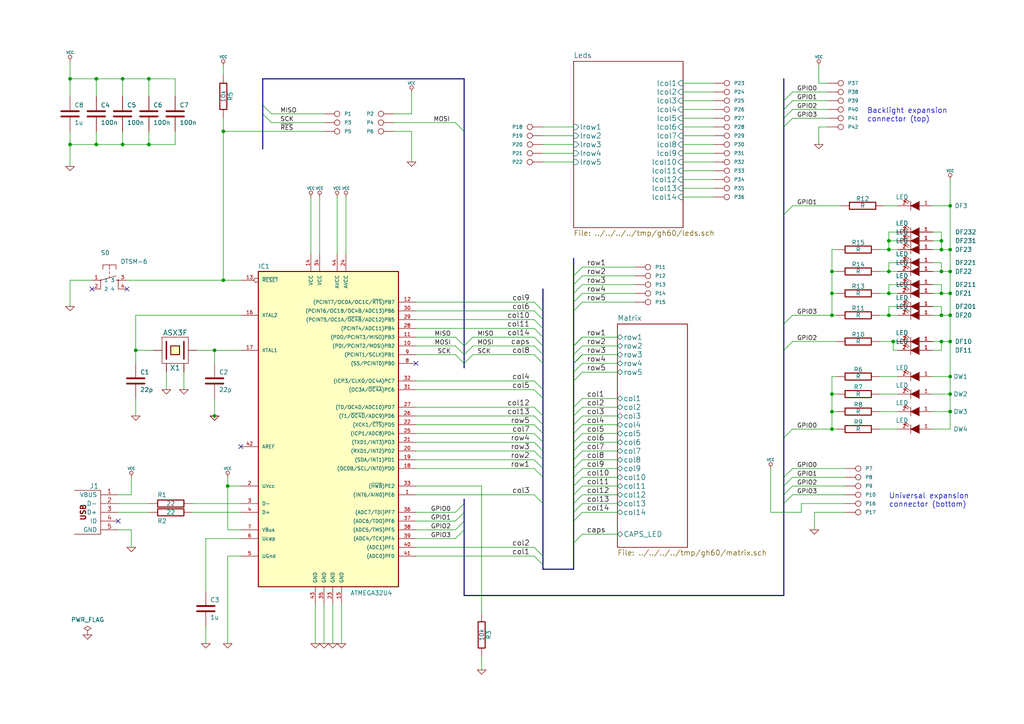
<source format=kicad_sch>
(kicad_sch (version 20230121) (generator eeschema)
  (paper "A4")
  (title_block (title "ukbdc - schematic") (date "17 jul 2013") (company "komar"))
  (junction (at 273.05 91.44))
  (junction (at 241.3 114.3))
  (junction (at 64.77 81.28))
  (junction (at 241.3 124.46))
  (junction (at 273.05 78.74))
  (junction (at 39.37 101.6))
  (junction (at 64.77 38.1))
  (junction (at 275.59 59.69))
  (junction (at 259.08 99.06))
  (junction (at 257.81 91.44))
  (junction (at 241.3 78.74))
  (junction (at 275.59 114.3))
  (junction (at 275.59 91.44))
  (junction (at 275.59 85.09))
  (junction (at 35.56 41.91))
  (junction (at 257.81 78.74))
  (junction (at 20.32 41.91))
  (junction (at 257.81 85.09))
  (junction (at 273.05 69.85))
  (junction (at 241.3 85.09))
  (junction (at 275.59 72.39))
  (junction (at 62.23 101.6))
  (junction (at 257.81 69.85))
  (junction (at 273.05 85.09))
  (junction (at 43.18 22.86))
  (junction (at 275.59 99.06))
  (junction (at 275.59 78.74))
  (junction (at 275.59 109.22))
  (junction (at 27.94 41.91))
  (junction (at 241.3 91.44))
  (junction (at 257.81 72.39))
  (junction (at 35.56 22.86))
  (junction (at 241.3 119.38))
  (junction (at 273.05 99.06))
  (junction (at 273.05 72.39))
  (junction (at 275.59 119.38))
  (junction (at 62.23 120.65))
  (junction (at 43.18 41.91))
  (junction (at 20.32 22.86))
  (junction (at 66.04 140.97))
  (junction (at 27.94 22.86))
  (no_connect (at 36.83 83.82))
  (no_connect (at 34.29 151.13))
  (no_connect (at 26.67 83.82))
  (no_connect (at 120.65 105.41))
  (no_connect (at 69.85 129.54))
  (bus_entry (at 154.94 118.11) (size 2.54 2.54))
  (bus_entry (at 166.37 110.49) (size 2.54 -2.54))
  (bus_entry (at 132.08 97.79) (size 2.54 2.54))
  (bus_entry (at 154.94 95.25) (size 2.54 2.54))
  (bus_entry (at 166.37 151.13) (size 2.54 -2.54))
  (bus_entry (at 154.94 135.89) (size 2.54 2.54))
  (bus_entry (at 166.37 105.41) (size 2.54 -2.54))
  (bus_entry (at 227.33 101.6) (size 2.54 -2.54))
  (bus_entry (at 132.08 153.67) (size 2.54 -2.54))
  (bus_entry (at 154.94 97.79) (size 2.54 2.54))
  (bus_entry (at 166.37 100.33) (size 2.54 -2.54))
  (bus_entry (at 134.62 100.33) (size 2.54 -2.54))
  (bus_entry (at 166.37 125.73) (size 2.54 -2.54))
  (bus_entry (at 166.37 80.01) (size 2.54 -2.54))
  (bus_entry (at 154.94 125.73) (size 2.54 2.54))
  (bus_entry (at 227.33 31.75) (size 2.54 -2.54))
  (bus_entry (at 166.37 87.63) (size 2.54 -2.54))
  (bus_entry (at 154.94 143.51) (size 2.54 2.54))
  (bus_entry (at 154.94 133.35) (size 2.54 2.54))
  (bus_entry (at 166.37 138.43) (size 2.54 -2.54))
  (bus_entry (at 166.37 82.55) (size 2.54 -2.54))
  (bus_entry (at 154.94 100.33) (size 2.54 2.54))
  (bus_entry (at 166.37 146.05) (size 2.54 -2.54))
  (bus_entry (at 166.37 123.19) (size 2.54 -2.54))
  (bus_entry (at 166.37 157.48) (size 2.54 -2.54))
  (bus_entry (at 227.33 138.43) (size 2.54 -2.54))
  (bus_entry (at 166.37 102.87) (size 2.54 -2.54))
  (bus_entry (at 166.37 100.33) (size 2.54 -2.54))
  (bus_entry (at 227.33 140.97) (size 2.54 -2.54))
  (bus_entry (at 134.62 102.87) (size 2.54 -2.54))
  (bus_entry (at 154.94 120.65) (size 2.54 2.54))
  (bus_entry (at 166.37 143.51) (size 2.54 -2.54))
  (bus_entry (at 227.33 127) (size 2.54 -2.54))
  (bus_entry (at 154.94 130.81) (size 2.54 2.54))
  (bus_entry (at 227.33 34.29) (size 2.54 -2.54))
  (bus_entry (at 76.2 33.02) (size 2.54 2.54))
  (bus_entry (at 154.94 128.27) (size 2.54 2.54))
  (bus_entry (at 132.08 100.33) (size 2.54 2.54))
  (bus_entry (at 166.37 128.27) (size 2.54 -2.54))
  (bus_entry (at 227.33 29.21) (size 2.54 -2.54))
  (bus_entry (at 166.37 133.35) (size 2.54 -2.54))
  (bus_entry (at 166.37 130.81) (size 2.54 -2.54))
  (bus_entry (at 132.08 156.21) (size 2.54 -2.54))
  (bus_entry (at 132.08 151.13) (size 2.54 -2.54))
  (bus_entry (at 154.94 92.71) (size 2.54 2.54))
  (bus_entry (at 154.94 123.19) (size 2.54 2.54))
  (bus_entry (at 227.33 62.23) (size 2.54 -2.54))
  (bus_entry (at 154.94 90.17) (size 2.54 2.54))
  (bus_entry (at 134.62 105.41) (size 2.54 -2.54))
  (bus_entry (at 166.37 135.89) (size 2.54 -2.54))
  (bus_entry (at 166.37 105.41) (size 2.54 -2.54))
  (bus_entry (at 166.37 118.11) (size 2.54 -2.54))
  (bus_entry (at 227.33 36.83) (size 2.54 -2.54))
  (bus_entry (at 132.08 148.59) (size 2.54 -2.54))
  (bus_entry (at 154.94 87.63) (size 2.54 2.54))
  (bus_entry (at 166.37 90.17) (size 2.54 -2.54))
  (bus_entry (at 166.37 105.41) (size 2.54 -2.54))
  (bus_entry (at 166.37 85.09) (size 2.54 -2.54))
  (bus_entry (at 227.33 143.51) (size 2.54 -2.54))
  (bus_entry (at 132.08 102.87) (size 2.54 2.54))
  (bus_entry (at 166.37 120.65) (size 2.54 -2.54))
  (bus_entry (at 227.33 146.05) (size 2.54 -2.54))
  (bus_entry (at 227.33 93.98) (size 2.54 -2.54))
  (bus_entry (at 166.37 140.97) (size 2.54 -2.54))
  (bus_entry (at 154.94 158.75) (size 2.54 2.54))
  (bus_entry (at 154.94 102.87) (size 2.54 2.54))
  (bus_entry (at 132.08 35.56) (size 2.54 2.54))
  (bus_entry (at 154.94 161.29) (size 2.54 2.54))
  (bus_entry (at 166.37 148.59) (size 2.54 -2.54))
  (bus_entry (at 154.94 110.49) (size 2.54 2.54))
  (bus_entry (at 166.37 107.95) (size 2.54 -2.54))
  (bus_entry (at 154.94 113.03) (size 2.54 2.54))
  (bus_entry (at 76.2 30.48) (size 2.54 2.54))
  (wire (pts (xy 53.34 107.95) (xy 53.34 113.03)))
  (wire (pts (xy 241.3 114.3) (xy 241.3 119.38)))
  (wire (pts (xy 120.65 140.97) (xy 139.7 140.97)))
  (wire (pts (xy 43.18 41.91) (xy 50.8 41.91)))
  (wire (pts (xy 275.59 78.74) (xy 275.59 85.09)))
  (wire (pts (xy 20.32 41.91) (xy 20.32 48.26)))
  (wire (pts (xy 259.08 99.06) (xy 260.35 99.06)))
  (wire (pts (xy 229.87 91.44) (xy 241.3 91.44)))
  (wire (pts (xy 273.05 85.09) (xy 270.51 85.09)))
  (wire (pts (xy 198.12 54.61) (xy 207.01 54.61)))
  (wire (pts (xy 38.1 143.51) (xy 34.29 143.51)))
  (bus (pts (xy 227.33 138.43) (xy 227.33 140.97)))
  (bus (pts (xy 166.37 87.63) (xy 166.37 90.17)))
  (wire (pts (xy 229.87 135.89) (xy 245.11 135.89)))
  (wire (pts (xy 273.05 91.44) (xy 270.51 91.44)))
  (wire (pts (xy 90.17 57.15) (xy 90.17 73.66)))
  (wire (pts (xy 273.05 76.2) (xy 273.05 78.74)))
  (bus (pts (xy 166.37 85.09) (xy 166.37 87.63)))
  (wire (pts (xy 154.94 125.73) (xy 120.65 125.73)))
  (bus (pts (xy 166.37 157.48) (xy 166.37 165.1)))
  (wire (pts (xy 179.07 123.19) (xy 168.91 123.19)))
  (wire (pts (xy 57.15 101.6) (xy 62.23 101.6)))
  (wire (pts (xy 257.81 85.09) (xy 257.81 82.55)))
  (bus (pts (xy 166.37 120.65) (xy 166.37 123.19)))
  (bus (pts (xy 227.33 36.83) (xy 227.33 62.23)))
  (wire (pts (xy 120.65 113.03) (xy 154.94 113.03)))
  (bus (pts (xy 76.2 30.48) (xy 76.2 33.02)))
  (wire (pts (xy 62.23 115.57) (xy 62.23 120.65)))
  (wire (pts (xy 168.91 85.09) (xy 184.15 85.09)))
  (wire (pts (xy 273.05 69.85) (xy 273.05 72.39)))
  (bus (pts (xy 227.33 34.29) (xy 227.33 36.83)))
  (wire (pts (xy 257.81 82.55) (xy 260.35 82.55)))
  (bus (pts (xy 76.2 22.86) (xy 76.2 30.48)))
  (wire (pts (xy 59.69 181.61) (xy 59.69 186.69)))
  (wire (pts (xy 120.65 87.63) (xy 154.94 87.63)))
  (bus (pts (xy 166.37 128.27) (xy 166.37 130.81)))
  (wire (pts (xy 198.12 49.53) (xy 207.01 49.53)))
  (wire (pts (xy 245.11 143.51) (xy 229.87 143.51)))
  (wire (pts (xy 69.85 140.97) (xy 66.04 140.97)))
  (wire (pts (xy 237.49 24.13) (xy 240.03 24.13)))
  (wire (pts (xy 168.91 102.87) (xy 179.07 102.87)))
  (wire (pts (xy 20.32 38.1) (xy 20.32 41.91)))
  (bus (pts (xy 227.33 127) (xy 227.33 138.43)))
  (wire (pts (xy 66.04 138.43) (xy 66.04 140.97)))
  (wire (pts (xy 255.27 99.06) (xy 259.08 99.06)))
  (wire (pts (xy 119.38 33.02) (xy 119.38 26.67)))
  (wire (pts (xy 270.51 82.55) (xy 273.05 82.55)))
  (wire (pts (xy 184.15 87.63) (xy 168.91 87.63)))
  (wire (pts (xy 97.79 57.15) (xy 97.79 73.66)))
  (wire (pts (xy 36.83 81.28) (xy 64.77 81.28)))
  (bus (pts (xy 166.37 165.1) (xy 157.48 165.1)))
  (wire (pts (xy 257.81 69.85) (xy 257.81 72.39)))
  (wire (pts (xy 255.27 124.46) (xy 260.35 124.46)))
  (wire (pts (xy 198.12 44.45) (xy 207.01 44.45)))
  (wire (pts (xy 55.88 148.59) (xy 69.85 148.59)))
  (wire (pts (xy 259.08 101.6) (xy 259.08 99.06)))
  (wire (pts (xy 270.51 101.6) (xy 273.05 101.6)))
  (wire (pts (xy 27.94 22.86) (xy 27.94 27.94)))
  (wire (pts (xy 179.07 128.27) (xy 168.91 128.27)))
  (wire (pts (xy 255.27 119.38) (xy 260.35 119.38)))
  (wire (pts (xy 168.91 125.73) (xy 179.07 125.73)))
  (bus (pts (xy 157.48 125.73) (xy 157.48 128.27)))
  (wire (pts (xy 78.74 35.56) (xy 93.98 35.56)))
  (wire (pts (xy 120.65 110.49) (xy 154.94 110.49)))
  (wire (pts (xy 241.3 78.74) (xy 242.57 78.74)))
  (wire (pts (xy 275.59 52.07) (xy 275.59 59.69)))
  (wire (pts (xy 35.56 22.86) (xy 43.18 22.86)))
  (wire (pts (xy 270.51 67.31) (xy 273.05 67.31)))
  (wire (pts (xy 20.32 41.91) (xy 27.94 41.91)))
  (bus (pts (xy 157.48 163.83) (xy 157.48 165.1)))
  (wire (pts (xy 236.22 148.59) (xy 236.22 153.67)))
  (wire (pts (xy 69.85 161.29) (xy 66.04 161.29)))
  (bus (pts (xy 157.48 113.03) (xy 157.48 115.57)))
  (wire (pts (xy 229.87 34.29) (xy 240.03 34.29)))
  (wire (pts (xy 139.7 194.31) (xy 139.7 190.5)))
  (wire (pts (xy 66.04 153.67) (xy 69.85 153.67)))
  (bus (pts (xy 157.48 120.65) (xy 157.48 123.19)))
  (wire (pts (xy 20.32 22.86) (xy 27.94 22.86)))
  (bus (pts (xy 166.37 151.13) (xy 166.37 157.48)))
  (wire (pts (xy 34.29 148.59) (xy 43.18 148.59)))
  (bus (pts (xy 157.48 123.19) (xy 157.48 125.73)))
  (wire (pts (xy 166.37 44.45) (xy 157.48 44.45)))
  (bus (pts (xy 157.48 146.05) (xy 157.48 161.29)))
  (wire (pts (xy 168.91 154.94) (xy 179.07 154.94)))
  (wire (pts (xy 64.77 34.29) (xy 64.77 38.1)))
  (bus (pts (xy 166.37 148.59) (xy 166.37 151.13)))
  (wire (pts (xy 232.41 146.05) (xy 245.11 146.05)))
  (wire (pts (xy 179.07 140.97) (xy 168.91 140.97)))
  (wire (pts (xy 91.44 175.26) (xy 91.44 186.69)))
  (wire (pts (xy 270.51 76.2) (xy 273.05 76.2)))
  (wire (pts (xy 255.27 72.39) (xy 257.81 72.39)))
  (wire (pts (xy 207.01 57.15) (xy 198.12 57.15)))
  (wire (pts (xy 27.94 38.1) (xy 27.94 41.91)))
  (wire (pts (xy 275.59 114.3) (xy 275.59 119.38)))
  (wire (pts (xy 154.94 135.89) (xy 120.65 135.89)))
  (wire (pts (xy 114.3 33.02) (xy 119.38 33.02)))
  (wire (pts (xy 50.8 41.91) (xy 50.8 38.1)))
  (wire (pts (xy 207.01 31.75) (xy 198.12 31.75)))
  (wire (pts (xy 275.59 72.39) (xy 273.05 72.39)))
  (bus (pts (xy 157.48 135.89) (xy 157.48 138.43)))
  (wire (pts (xy 245.11 148.59) (xy 236.22 148.59)))
  (wire (pts (xy 35.56 41.91) (xy 35.56 38.1)))
  (wire (pts (xy 120.65 102.87) (xy 132.08 102.87)))
  (wire (pts (xy 257.81 78.74) (xy 260.35 78.74)))
  (wire (pts (xy 20.32 22.86) (xy 20.32 27.94)))
  (bus (pts (xy 134.62 38.1) (xy 134.62 100.33)))
  (wire (pts (xy 179.07 143.51) (xy 168.91 143.51)))
  (wire (pts (xy 275.59 109.22) (xy 270.51 109.22)))
  (bus (pts (xy 166.37 133.35) (xy 166.37 135.89)))
  (bus (pts (xy 227.33 29.21) (xy 227.33 31.75)))
  (bus (pts (xy 227.33 143.51) (xy 227.33 146.05)))
  (wire (pts (xy 93.98 175.26) (xy 93.98 186.69)))
  (bus (pts (xy 166.37 80.01) (xy 166.37 82.55)))
  (wire (pts (xy 257.81 91.44) (xy 260.35 91.44)))
  (wire (pts (xy 241.3 109.22) (xy 241.3 114.3)))
  (wire (pts (xy 96.52 175.26) (xy 96.52 186.69)))
  (wire (pts (xy 168.91 138.43) (xy 179.07 138.43)))
  (wire (pts (xy 78.74 33.02) (xy 93.98 33.02)))
  (wire (pts (xy 245.11 138.43) (xy 229.87 138.43)))
  (bus (pts (xy 227.33 31.75) (xy 227.33 34.29)))
  (wire (pts (xy 35.56 41.91) (xy 43.18 41.91)))
  (wire (pts (xy 154.94 120.65) (xy 120.65 120.65)))
  (bus (pts (xy 227.33 62.23) (xy 227.33 93.98)))
  (wire (pts (xy 120.65 128.27) (xy 154.94 128.27)))
  (wire (pts (xy 168.91 135.89) (xy 179.07 135.89)))
  (wire (pts (xy 154.94 130.81) (xy 120.65 130.81)))
  (wire (pts (xy 38.1 153.67) (xy 38.1 158.75)))
  (wire (pts (xy 92.71 73.66) (xy 92.71 57.15)))
  (wire (pts (xy 237.49 19.05) (xy 237.49 24.13)))
  (wire (pts (xy 240.03 26.67) (xy 229.87 26.67)))
  (wire (pts (xy 20.32 17.78) (xy 20.32 22.86)))
  (bus (pts (xy 166.37 110.49) (xy 166.37 118.11)))
  (wire (pts (xy 120.65 92.71) (xy 154.94 92.71)))
  (wire (pts (xy 207.01 41.91) (xy 198.12 41.91)))
  (bus (pts (xy 166.37 146.05) (xy 166.37 148.59)))
  (wire (pts (xy 198.12 24.13) (xy 207.01 24.13)))
  (wire (pts (xy 257.81 72.39) (xy 260.35 72.39)))
  (wire (pts (xy 223.52 148.59) (xy 232.41 148.59)))
  (wire (pts (xy 120.65 118.11) (xy 154.94 118.11)))
  (wire (pts (xy 34.29 146.05) (xy 43.18 146.05)))
  (bus (pts (xy 157.48 128.27) (xy 157.48 130.81)))
  (wire (pts (xy 241.3 124.46) (xy 242.57 124.46)))
  (bus (pts (xy 227.33 93.98) (xy 227.33 101.6)))
  (bus (pts (xy 166.37 105.41) (xy 166.37 107.95)))
  (bus (pts (xy 227.33 140.97) (xy 227.33 143.51)))
  (wire (pts (xy 273.05 88.9) (xy 273.05 91.44)))
  (wire (pts (xy 207.01 46.99) (xy 198.12 46.99)))
  (wire (pts (xy 168.91 146.05) (xy 179.07 146.05)))
  (wire (pts (xy 27.94 22.86) (xy 35.56 22.86)))
  (wire (pts (xy 154.94 100.33) (xy 137.16 100.33)))
  (wire (pts (xy 275.59 119.38) (xy 270.51 119.38)))
  (wire (pts (xy 55.88 146.05) (xy 69.85 146.05)))
  (bus (pts (xy 157.48 90.17) (xy 157.48 92.71)))
  (wire (pts (xy 132.08 151.13) (xy 120.65 151.13)))
  (wire (pts (xy 93.98 38.1) (xy 64.77 38.1)))
  (wire (pts (xy 132.08 156.21) (xy 120.65 156.21)))
  (wire (pts (xy 207.01 26.67) (xy 198.12 26.67)))
  (wire (pts (xy 275.59 119.38) (xy 275.59 124.46)))
  (wire (pts (xy 241.3 119.38) (xy 242.57 119.38)))
  (wire (pts (xy 20.32 81.28) (xy 26.67 81.28)))
  (wire (pts (xy 229.87 140.97) (xy 245.11 140.97)))
  (wire (pts (xy 120.65 123.19) (xy 154.94 123.19)))
  (wire (pts (xy 257.81 67.31) (xy 260.35 67.31)))
  (bus (pts (xy 157.48 102.87) (xy 157.48 105.41)))
  (wire (pts (xy 241.3 72.39) (xy 241.3 78.74)))
  (wire (pts (xy 275.59 99.06) (xy 273.05 99.06)))
  (wire (pts (xy 132.08 153.67) (xy 120.65 153.67)))
  (wire (pts (xy 275.59 109.22) (xy 275.59 114.3)))
  (bus (pts (xy 166.37 143.51) (xy 166.37 146.05)))
  (wire (pts (xy 27.94 41.91) (xy 35.56 41.91)))
  (wire (pts (xy 35.56 22.86) (xy 35.56 27.94)))
  (wire (pts (xy 66.04 140.97) (xy 66.04 153.67)))
  (wire (pts (xy 179.07 105.41) (xy 168.91 105.41)))
  (wire (pts (xy 119.38 38.1) (xy 114.3 38.1)))
  (bus (pts (xy 157.48 115.57) (xy 157.48 120.65)))
  (wire (pts (xy 168.91 120.65) (xy 179.07 120.65)))
  (bus (pts (xy 166.37 138.43) (xy 166.37 140.97)))
  (bus (pts (xy 134.62 144.78) (xy 134.62 146.05)))
  (wire (pts (xy 270.51 88.9) (xy 273.05 88.9)))
  (wire (pts (xy 255.27 91.44) (xy 257.81 91.44)))
  (wire (pts (xy 168.91 115.57) (xy 179.07 115.57)))
  (wire (pts (xy 120.65 161.29) (xy 154.94 161.29)))
  (wire (pts (xy 241.3 85.09) (xy 242.57 85.09)))
  (wire (pts (xy 207.01 36.83) (xy 198.12 36.83)))
  (bus (pts (xy 134.62 148.59) (xy 134.62 151.13)))
  (bus (pts (xy 157.48 130.81) (xy 157.48 133.35)))
  (bus (pts (xy 76.2 22.86) (xy 134.62 22.86)))
  (wire (pts (xy 273.05 101.6) (xy 273.05 99.06)))
  (wire (pts (xy 257.81 76.2) (xy 260.35 76.2)))
  (wire (pts (xy 257.81 67.31) (xy 257.81 69.85)))
  (wire (pts (xy 237.49 36.83) (xy 240.03 36.83)))
  (wire (pts (xy 257.81 91.44) (xy 257.81 88.9)))
  (bus (pts (xy 166.37 102.87) (xy 166.37 105.41)))
  (wire (pts (xy 154.94 90.17) (xy 120.65 90.17)))
  (wire (pts (xy 184.15 80.01) (xy 168.91 80.01)))
  (wire (pts (xy 139.7 140.97) (xy 139.7 177.8)))
  (wire (pts (xy 275.59 99.06) (xy 275.59 109.22)))
  (bus (pts (xy 134.62 146.05) (xy 134.62 148.59)))
  (bus (pts (xy 157.48 92.71) (xy 157.48 95.25)))
  (wire (pts (xy 241.3 72.39) (xy 242.57 72.39)))
  (wire (pts (xy 257.81 78.74) (xy 257.81 76.2)))
  (wire (pts (xy 241.3 78.74) (xy 241.3 85.09)))
  (bus (pts (xy 134.62 22.86) (xy 134.62 38.1)))
  (wire (pts (xy 168.91 148.59) (xy 179.07 148.59)))
  (wire (pts (xy 64.77 19.05) (xy 64.77 21.59)))
  (wire (pts (xy 120.65 148.59) (xy 132.08 148.59)))
  (wire (pts (xy 257.81 69.85) (xy 260.35 69.85)))
  (bus (pts (xy 166.37 118.11) (xy 166.37 120.65)))
  (wire (pts (xy 275.59 91.44) (xy 275.59 99.06)))
  (wire (pts (xy 62.23 101.6) (xy 69.85 101.6)))
  (wire (pts (xy 198.12 34.29) (xy 207.01 34.29)))
  (wire (pts (xy 241.3 114.3) (xy 242.57 114.3)))
  (wire (pts (xy 154.94 102.87) (xy 137.16 102.87)))
  (bus (pts (xy 166.37 135.89) (xy 166.37 138.43)))
  (wire (pts (xy 66.04 161.29) (xy 66.04 186.69)))
  (wire (pts (xy 100.33 73.66) (xy 100.33 57.15)))
  (wire (pts (xy 241.3 109.22) (xy 242.57 109.22)))
  (wire (pts (xy 270.51 69.85) (xy 273.05 69.85)))
  (bus (pts (xy 157.48 138.43) (xy 157.48 146.05)))
  (wire (pts (xy 137.16 97.79) (xy 154.94 97.79)))
  (wire (pts (xy 275.59 59.69) (xy 275.59 72.39)))
  (wire (pts (xy 154.94 95.25) (xy 120.65 95.25)))
  (wire (pts (xy 223.52 135.89) (xy 223.52 148.59)))
  (wire (pts (xy 275.59 114.3) (xy 270.51 114.3)))
  (bus (pts (xy 227.33 146.05) (xy 227.33 172.72)))
  (wire (pts (xy 132.08 35.56) (xy 114.3 35.56)))
  (bus (pts (xy 157.48 161.29) (xy 157.48 163.83)))
  (wire (pts (xy 260.35 101.6) (xy 259.08 101.6)))
  (bus (pts (xy 227.33 172.72) (xy 134.62 172.72)))
  (bus (pts (xy 166.37 130.81) (xy 166.37 133.35)))
  (wire (pts (xy 273.05 99.06) (xy 270.51 99.06)))
  (wire (pts (xy 119.38 46.99) (xy 119.38 38.1)))
  (wire (pts (xy 38.1 138.43) (xy 38.1 143.51)))
  (wire (pts (xy 168.91 107.95) (xy 179.07 107.95)))
  (wire (pts (xy 69.85 91.44) (xy 39.37 91.44)))
  (wire (pts (xy 257.81 85.09) (xy 260.35 85.09)))
  (wire (pts (xy 20.32 88.9) (xy 20.32 81.28)))
  (wire (pts (xy 120.65 133.35) (xy 154.94 133.35)))
  (wire (pts (xy 157.48 36.83) (xy 166.37 36.83)))
  (wire (pts (xy 255.27 85.09) (xy 257.81 85.09)))
  (bus (pts (xy 227.33 101.6) (xy 227.33 127)))
  (wire (pts (xy 255.27 109.22) (xy 260.35 109.22)))
  (wire (pts (xy 270.51 59.69) (xy 275.59 59.69)))
  (wire (pts (xy 275.59 78.74) (xy 273.05 78.74)))
  (wire (pts (xy 257.81 88.9) (xy 260.35 88.9)))
  (wire (pts (xy 273.05 67.31) (xy 273.05 69.85)))
  (wire (pts (xy 166.37 39.37) (xy 157.48 39.37)))
  (wire (pts (xy 69.85 156.21) (xy 59.69 156.21)))
  (wire (pts (xy 255.27 78.74) (xy 257.81 78.74)))
  (bus (pts (xy 166.37 125.73) (xy 166.37 128.27)))
  (wire (pts (xy 229.87 124.46) (xy 241.3 124.46)))
  (wire (pts (xy 255.27 114.3) (xy 260.35 114.3)))
  (wire (pts (xy 232.41 148.59) (xy 232.41 146.05)))
  (wire (pts (xy 64.77 81.28) (xy 69.85 81.28)))
  (wire (pts (xy 168.91 82.55) (xy 184.15 82.55)))
  (wire (pts (xy 120.65 158.75) (xy 154.94 158.75)))
  (wire (pts (xy 59.69 156.21) (xy 59.69 171.45)))
  (wire (pts (xy 240.03 31.75) (xy 229.87 31.75)))
  (bus (pts (xy 157.48 97.79) (xy 157.48 100.33)))
  (wire (pts (xy 198.12 39.37) (xy 207.01 39.37)))
  (wire (pts (xy 157.48 41.91) (xy 166.37 41.91)))
  (bus (pts (xy 157.48 95.25) (xy 157.48 97.79)))
  (wire (pts (xy 120.65 143.51) (xy 154.94 143.51)))
  (bus (pts (xy 76.2 33.02) (xy 76.2 43.18)))
  (wire (pts (xy 207.01 52.07) (xy 198.12 52.07)))
  (wire (pts (xy 273.05 82.55) (xy 273.05 85.09)))
  (wire (pts (xy 241.3 91.44) (xy 242.57 91.44)))
  (wire (pts (xy 229.87 29.21) (xy 240.03 29.21)))
  (wire (pts (xy 62.23 105.41) (xy 62.23 101.6)))
  (bus (pts (xy 227.33 22.86) (xy 227.33 29.21)))
  (wire (pts (xy 39.37 101.6) (xy 39.37 105.41)))
  (wire (pts (xy 39.37 115.57) (xy 39.37 120.65)))
  (wire (pts (xy 99.06 175.26) (xy 99.06 186.69)))
  (wire (pts (xy 256.54 59.69) (xy 260.35 59.69)))
  (bus (pts (xy 157.48 105.41) (xy 157.48 113.03)))
  (wire (pts (xy 43.18 41.91) (xy 43.18 38.1)))
  (wire (pts (xy 275.59 85.09) (xy 275.59 91.44)))
  (bus (pts (xy 166.37 74.93) (xy 166.37 80.01)))
  (wire (pts (xy 241.3 85.09) (xy 241.3 91.44)))
  (wire (pts (xy 120.65 100.33) (xy 132.08 100.33)))
  (bus (pts (xy 157.48 83.82) (xy 157.48 90.17)))
  (wire (pts (xy 48.26 107.95) (xy 48.26 113.03)))
  (bus (pts (xy 157.48 133.35) (xy 157.48 135.89)))
  (wire (pts (xy 50.8 22.86) (xy 50.8 27.94)))
  (wire (pts (xy 179.07 118.11) (xy 168.91 118.11)))
  (wire (pts (xy 198.12 29.21) (xy 207.01 29.21)))
  (bus (pts (xy 157.48 100.33) (xy 157.48 102.87)))
  (bus (pts (xy 134.62 153.67) (xy 134.62 172.72)))
  (wire (pts (xy 229.87 59.69) (xy 243.84 59.69)))
  (wire (pts (xy 273.05 78.74) (xy 270.51 78.74)))
  (wire (pts (xy 275.59 85.09) (xy 273.05 85.09)))
  (wire (pts (xy 275.59 124.46) (xy 270.51 124.46)))
  (wire (pts (xy 241.3 119.38) (xy 241.3 124.46)))
  (wire (pts (xy 168.91 97.79) (xy 179.07 97.79)))
  (wire (pts (xy 44.45 101.6) (xy 39.37 101.6)))
  (wire (pts (xy 120.65 97.79) (xy 132.08 97.79)))
  (wire (pts (xy 275.59 72.39) (xy 275.59 78.74)))
  (bus (pts (xy 134.62 105.41) (xy 134.62 106.68)))
  (wire (pts (xy 229.87 99.06) (xy 242.57 99.06)))
  (bus (pts (xy 134.62 100.33) (xy 134.62 102.87)))
  (bus (pts (xy 166.37 107.95) (xy 166.37 110.49)))
  (wire (pts (xy 237.49 36.83) (xy 237.49 41.91)))
  (wire (pts (xy 34.29 153.67) (xy 38.1 153.67)))
  (wire (pts (xy 179.07 133.35) (xy 168.91 133.35)))
  (wire (pts (xy 273.05 72.39) (xy 270.51 72.39)))
  (wire (pts (xy 168.91 130.81) (xy 179.07 130.81)))
  (wire (pts (xy 275.59 91.44) (xy 273.05 91.44)))
  (bus (pts (xy 166.37 82.55) (xy 166.37 85.09)))
  (wire (pts (xy 168.91 77.47) (xy 184.15 77.47)))
  (wire (pts (xy 43.18 22.86) (xy 43.18 27.94)))
  (wire (pts (xy 43.18 22.86) (xy 50.8 22.86)))
  (bus (pts (xy 134.62 151.13) (xy 134.62 153.67)))
  (bus (pts (xy 134.62 102.87) (xy 134.62 105.41)))
  (bus (pts (xy 166.37 123.19) (xy 166.37 125.73)))
  (bus (pts (xy 166.37 90.17) (xy 166.37 100.33)))
  (bus (pts (xy 166.37 140.97) (xy 166.37 143.51)))
  (wire (pts (xy 64.77 38.1) (xy 64.77 81.28)))
  (wire (pts (xy 157.48 46.99) (xy 166.37 46.99)))
  (wire (pts (xy 39.37 91.44) (xy 39.37 101.6)))
  (wire (pts (xy 179.07 100.33) (xy 168.91 100.33)))
  (bus (pts (xy 166.37 100.33) (xy 166.37 102.87)))
  (text "Universal expansion\nconnector (bottom)" (at 257.81 147.32 0) (effects (font (size 1.524 1.524)) (justify left bottom)))
  (text "Backlight expansion\nconnector (top)" (at 251.46 35.56 0) (effects (font (size 1.524 1.524)) (justify left bottom)))
  (label "col12" (at 153.67 118.11 180) (effects (font (size 1.524 1.524))))
  (label "col4" (at 170.18 123.19 0) (effects (font (size 1.524 1.524))))
  (label "col4" (at 153.67 110.49 180) (effects (font (size 1.524 1.524))))
  (label "MOSI" (at 125.73 35.56 0))
  (label "MISO" (at 130.81 97.79 180))
  (label "GPIO3" (at 231.14 143.51 0))
  (label "MOSI" (at 130.81 100.33 180))
  (label "col7" (at 153.67 125.73 180) (effects (font (size 1.524 1.524))))
  (label "~{RES}" (at 81.28 38.1 0))
  (label "row4" (at 170.18 105.41 0) (effects (font (size 1.524 1.524))))
  (label "col10" (at 170.18 138.43 0) (effects (font (size 1.524 1.524))))
  (label "col5" (at 153.67 113.03 180) (effects (font (size 1.524 1.524))))
  (label "col11" (at 153.67 95.25 180) (effects (font (size 1.524 1.524))))
  (label "MOSI" (at 138.43 100.33 0))
  (label "row5" (at 153.67 123.19 180) (effects (font (size 1.524 1.524))))
  (label "GPIO3" (at 231.14 91.44 0))
  (label "row2" (at 153.67 133.35 180) (effects (font (size 1.524 1.524))))
  (label "GPIO2" (at 130.81 153.67 180))
  (label "MISO" (at 81.28 33.02 0))
  (label "GPIO3" (at 130.81 156.21 180))
  (label "col5" (at 170.18 125.73 0) (effects (font (size 1.524 1.524))))
  (label "row1" (at 170.18 77.47 0) (effects (font (size 1.524 1.524))))
  (label "row1" (at 153.67 135.89 180) (effects (font (size 1.524 1.524))))
  (label "GPIO3" (at 231.14 34.29 0))
  (label "row3" (at 170.18 102.87 0) (effects (font (size 1.524 1.524))))
  (label "GPIO1" (at 231.14 29.21 0))
  (label "col14" (at 153.67 97.79 180) (effects (font (size 1.524 1.524))))
  (label "col9" (at 170.18 135.89 0) (effects (font (size 1.524 1.524))))
  (label "col11" (at 170.18 140.97 0) (effects (font (size 1.524 1.524))))
  (label "row5" (at 170.18 107.95 0) (effects (font (size 1.524 1.524))))
  (label "col1" (at 153.67 161.29 180) (effects (font (size 1.524 1.524))))
  (label "row3" (at 153.67 130.81 180) (effects (font (size 1.524 1.524))))
  (label "MISO" (at 138.43 97.79 0))
  (label "GPIO0" (at 231.14 124.46 0))
  (label "caps" (at 170.18 154.94 0) (effects (font (size 1.524 1.524))))
  (label "col3" (at 153.67 143.51 180) (effects (font (size 1.524 1.524))))
  (label "GPIO1" (at 130.81 151.13 180))
  (label "col13" (at 170.18 146.05 0) (effects (font (size 1.524 1.524))))
  (label "GPIO1" (at 231.14 138.43 0))
  (label "row1" (at 170.18 97.79 0) (effects (font (size 1.524 1.524))))
  (label "col8" (at 153.67 102.87 180) (effects (font (size 1.524 1.524))))
  (label "col13" (at 153.67 120.65 180) (effects (font (size 1.524 1.524))))
  (label "row4" (at 153.67 128.27 180) (effects (font (size 1.524 1.524))))
  (label "col6" (at 153.67 90.17 180) (effects (font (size 1.524 1.524))))
  (label "row4" (at 170.18 85.09 0) (effects (font (size 1.524 1.524))))
  (label "col3" (at 170.18 120.65 0) (effects (font (size 1.524 1.524))))
  (label "GPIO2" (at 231.14 140.97 0))
  (label "GPIO1" (at 231.14 59.69 0))
  (label "GPIO0" (at 130.81 148.59 180))
  (label "col10" (at 153.67 92.71 180) (effects (font (size 1.524 1.524))))
  (label "GPIO2" (at 231.14 31.75 0))
  (label "col8" (at 170.18 133.35 0) (effects (font (size 1.524 1.524))))
  (label "col9" (at 153.67 87.63 180) (effects (font (size 1.524 1.524))))
  (label "SCK" (at 81.28 35.56 0))
  (label "col7" (at 170.18 130.81 0) (effects (font (size 1.524 1.524))))
  (label "col14" (at 170.18 148.59 0) (effects (font (size 1.524 1.524))))
  (label "col6" (at 170.18 128.27 0) (effects (font (size 1.524 1.524))))
  (label "caps" (at 153.67 100.33 180) (effects (font (size 1.524 1.524))))
  (label "SCK" (at 130.81 102.87 180))
  (label "SCK" (at 138.43 102.87 0))
  (label "row5" (at 170.18 87.63 0) (effects (font (size 1.524 1.524))))
  (label "GPIO0" (at 231.14 135.89 0))
  (label "row2" (at 170.18 100.33 0) (effects (font (size 1.524 1.524))))
  (label "col12" (at 170.18 143.51 0) (effects (font (size 1.524 1.524))))
  (label "row2" (at 170.18 80.01 0) (effects (font (size 1.524 1.524))))
  (label "col1" (at 170.18 115.57 0) (effects (font (size 1.524 1.524))))
  (label "col2" (at 153.67 158.75 180) (effects (font (size 1.524 1.524))))
  (label "row3" (at 170.18 82.55 0) (effects (font (size 1.524 1.524))))
  (label "col2" (at 170.18 118.11 0) (effects (font (size 1.524 1.524))))
  (label "GPIO0" (at 231.14 26.67 0))
  (label "GPIO2" (at 231.14 99.06 0))
  (symbol (lib_id "atmega32u4:ATMEGA32U4") (at 95.25 124.46 0) (unit 1)
    (property "Reference" "IC1" (at 74.93 77.978 0) (effects (justify left bottom)))
    (property "Value" "ATMEGA32U4" (at 101.6 172.72 0) (effects (justify left bottom)))
    (property "Footprint" "tqfp:TQFP44" (effects hide))
    (property "Datasheet" "http://www.atmel.com/dyn/resources/prod_documents/doc7766.pdf" (effects hide))
    (property "Vendor" "Atmel" (effects hide))
    (property "Product" "ATmega32U4-AU" (effects hide))
    (property "Supplier" "DigiKey" (effects hide))
    (property "Supplier Symbol" "ATMEGA32U4-AU-ND" (effects hide))
  )
  (symbol (lib_id "device:C") (at 39.37 110.49 0) (unit 1)
    (property "Reference" "C1" (at 40.64 107.95 0) (effects (justify left)))
    (property "Value" "22p" (at 40.64 113.03 0) (effects (justify left)))
    (property "Footprint" "0805:0805C" (effects hide))
    (property "Datasheet" "http://www.tme.eu/pl/Document/7da762c1dbaf553c64ad9c40d3603826/mlcc_samsung.pdf" (effects hide))
    (property "Vendor" "Samsung" (effects hide))
    (property "Product" "CL21C220JBANNNC" (effects hide))
    (property "Supplier" "TME" (effects hide))
    (property "Supplier Symbol" "CL21C220JBANNNC" (effects hide))
  )
  (symbol (lib_id "device:C") (at 62.23 110.49 0) (unit 1)
    (property "Reference" "C2" (at 63.5 107.95 0) (effects (justify left)))
    (property "Value" "22p" (at 63.5 113.03 0) (effects (justify left)))
    (property "Footprint" "0805:0805C" (effects hide))
    (property "Datasheet" "http://www.tme.eu/pl/Document/7da762c1dbaf553c64ad9c40d3603826/mlcc_samsung.pdf" (effects hide))
    (property "Vendor" "Samsung" (effects hide))
    (property "Product" "CL21C220JBANNNC" (effects hide))
    (property "Supplier" "TME" (effects hide))
    (property "Supplier Symbol" "CL21C220JBANNNC" (effects hide))
  )
  (symbol (lib_id "power1:GND") (at 62.23 120.65 0) (unit 1)
    (property "Reference" "#PWR025" (effects hide))
    (property "Value" "GND" (effects hide))
  )
  (symbol (lib_id "power1:GND") (at 62.23 120.65 0) (unit 1)
    (property "Reference" "#PWR024" (effects hide))
    (property "Value" "GND" (effects hide))
  )
  (symbol (lib_id "power1:GND") (at 39.37 120.65 0) (unit 1)
    (property "Reference" "#PWR023" (effects hide))
    (property "Value" "GND" (effects hide))
  )
  (symbol (lib_id "power1:GND") (at 91.44 186.69 0) (unit 1)
    (property "Reference" "#PWR022" (effects hide))
    (property "Value" "GND" (effects hide))
  )
  (symbol (lib_id "power1:GND") (at 93.98 186.69 0) (unit 1)
    (property "Reference" "#PWR021" (effects hide))
    (property "Value" "GND" (effects hide))
  )
  (symbol (lib_id "power1:GND") (at 96.52 186.69 0) (unit 1)
    (property "Reference" "#PWR020" (effects hide))
    (property "Value" "GND" (effects hide))
  )
  (symbol (lib_id "power1:GND") (at 99.06 186.69 0) (unit 1)
    (property "Reference" "#PWR019" (effects hide))
    (property "Value" "GND" (effects hide))
  )
  (symbol (lib_id "device:C") (at 27.94 33.02 0) (unit 1)
    (property "Reference" "C4" (at 29.21 30.48 0) (effects (justify left)))
    (property "Value" "100n" (at 29.21 35.56 0) (effects (justify left)))
    (property "Footprint" "0805:0805C" (effects hide))
    (property "Datasheet" "http://www.tme.eu/pl/Document/7da762c1dbaf553c64ad9c40d3603826/mlcc_samsung.pdf" (effects hide))
    (property "Vendor" "Samsung" (effects hide))
    (property "Product" "CL21B104KBCNNNC" (effects hide))
    (property "Supplier" "TME" (effects hide))
    (property "Supplier Symbol" "CL21B104KBCNNNC" (effects hide))
  )
  (symbol (lib_id "device:C") (at 35.56 33.02 0) (unit 1)
    (property "Reference" "C5" (at 36.83 30.48 0) (effects (justify left)))
    (property "Value" "100n" (at 36.83 35.56 0) (effects (justify left)))
    (property "Footprint" "0805:0805C" (effects hide))
    (property "Datasheet" "http://www.tme.eu/pl/Document/7da762c1dbaf553c64ad9c40d3603826/mlcc_samsung.pdf" (effects hide))
    (property "Vendor" "Samsung" (effects hide))
    (property "Product" "CL21B104KBCNNNC" (effects hide))
    (property "Supplier" "TME" (effects hide))
    (property "Supplier Symbol" "CL21B104KBCNNNC" (effects hide))
  )
  (symbol (lib_id "device:C") (at 43.18 33.02 0) (unit 1)
    (property "Reference" "C6" (at 44.45 30.48 0) (effects (justify left)))
    (property "Value" "100n" (at 44.45 35.56 0) (effects (justify left)))
    (property "Footprint" "0805:0805C" (effects hide))
    (property "Datasheet" "http://www.tme.eu/pl/Document/7da762c1dbaf553c64ad9c40d3603826/mlcc_samsung.pdf" (effects hide))
    (property "Vendor" "Samsung" (effects hide))
    (property "Product" "CL21B104KBCNNNC" (effects hide))
    (property "Supplier" "TME" (effects hide))
    (property "Supplier Symbol" "CL21B104KBCNNNC" (effects hide))
  )
  (symbol (lib_id "device:C") (at 50.8 33.02 0) (unit 1)
    (property "Reference" "C7" (at 52.07 30.48 0) (effects (justify left)))
    (property "Value" "100n" (at 52.07 35.56 0) (effects (justify left)))
    (property "Footprint" "0805:0805C" (effects hide))
    (property "Datasheet" "http://www.tme.eu/pl/Document/7da762c1dbaf553c64ad9c40d3603826/mlcc_samsung.pdf" (effects hide))
    (property "Vendor" "Samsung" (effects hide))
    (property "Product" "CL21B104KBCNNNC" (effects hide))
    (property "Supplier" "TME" (effects hide))
    (property "Supplier Symbol" "CL21B104KBCNNNC" (effects hide))
  )
  (symbol (lib_id "power1:VCC") (at 20.32 17.78 0) (unit 1)
    (property "Reference" "#PWR018" (effects hide))
    (property "Value" "VCC" (at 20.32 15.24 0) (effects (font (size 0.762 0.762))))
  )
  (symbol (lib_id "power1:GND") (at 20.32 48.26 0) (unit 1)
    (property "Reference" "#PWR017" (effects hide))
    (property "Value" "GND" (effects hide))
  )
  (symbol (lib_id "power1:VCC") (at 100.33 57.15 0) (unit 1)
    (property "Reference" "#PWR016" (effects hide))
    (property "Value" "VCC" (at 100.33 54.61 0) (effects (font (size 0.762 0.762))))
  )
  (symbol (lib_id "power1:VCC") (at 97.79 57.15 0) (unit 1)
    (property "Reference" "#PWR015" (effects hide))
    (property "Value" "VCC" (at 97.79 54.61 0) (effects (font (size 0.762 0.762))))
  )
  (symbol (lib_id "power1:VCC") (at 92.71 57.15 0) (unit 1)
    (property "Reference" "#PWR014" (effects hide))
    (property "Value" "VCC" (at 92.71 54.61 0) (effects (font (size 0.762 0.762))))
  )
  (symbol (lib_id "power1:VCC") (at 90.17 57.15 0) (unit 1)
    (property "Reference" "#PWR013" (effects hide))
    (property "Value" "VCC" (at 90.17 54.61 0) (effects (font (size 0.762 0.762))))
  )
  (symbol (lib_id "device:R") (at 49.53 146.05 270) (unit 1)
    (property "Reference" "R1" (at 46.99 143.51 90))
    (property "Value" "22" (at 49.53 146.05 90))
    (property "Footprint" "0805:0805R" (effects hide))
    (property "Datasheet" "http://www.tme.eu/pl/Document/e5152f6c2c4f933b61676f6de7ae79a8/dcrcw.pdf" (effects hide))
    (property "Vendor" "Vishay" (effects hide))
    (property "Product" "CRCW080522R0JNTABC" (effects hide))
    (property "Supplier" "TME" (effects hide))
    (property "Supplier Symbol" "CRCW080522R0JNTABC" (effects hide))
  )
  (symbol (lib_id "device:R") (at 49.53 148.59 270) (unit 1)
    (property "Reference" "R2" (at 46.99 151.13 90))
    (property "Value" "22" (at 49.53 148.59 90))
    (property "Footprint" "0805:0805R" (effects hide))
    (property "Datasheet" "http://www.tme.eu/pl/Document/e5152f6c2c4f933b61676f6de7ae79a8/dcrcw.pdf" (effects hide))
    (property "Vendor" "Vishay" (effects hide))
    (property "Product" "CRCW080522R0JNTABC" (effects hide))
    (property "Supplier" "TME" (effects hide))
    (property "Supplier Symbol" "CRCW080522R0JNTABC" (effects hide))
  )
  (symbol (lib_id "power1:GND") (at 38.1 158.75 0) (unit 1)
    (property "Reference" "#PWR012" (effects hide))
    (property "Value" "GND" (effects hide))
  )
  (symbol (lib_id "device:C") (at 59.69 176.53 0) (unit 1)
    (property "Reference" "C3" (at 60.96 173.99 0) (effects (justify left)))
    (property "Value" "1u" (at 60.96 179.07 0) (effects (justify left)))
    (property "Footprint" "0805:0805C" (effects hide))
    (property "Datasheet" "http://www.jm.pl/karty/CCCX7R.pdf" (effects hide))
    (property "Vendor" "Samsung" (effects hide))
    (property "Product" "CL21B105KAFNNNE" (effects hide))
    (property "Supplier" "TME" (effects hide))
    (property "Supplier Symbol" "CL21B105KAFNNNE" (effects hide))
  )
  (symbol (lib_id "power1:GND") (at 59.69 186.69 0) (unit 1)
    (property "Reference" "#PWR011" (effects hide))
    (property "Value" "GND" (effects hide))
  )
  (symbol (lib_id "power1:GND") (at 66.04 186.69 0) (unit 1)
    (property "Reference" "#PWR010" (effects hide))
    (property "Value" "GND" (effects hide))
  )
  (symbol (lib_id "device:R") (at 139.7 184.15 0) (unit 1)
    (property "Reference" "R3" (at 141.732 184.15 90))
    (property "Value" "10k" (at 139.7 184.15 90))
    (property "Footprint" "0805:0805R" (effects hide))
    (property "Datasheet" "http://www.tme.eu/pl/Document/e5152f6c2c4f933b61676f6de7ae79a8/dcrcw.pdf" (effects hide))
    (property "Vendor" "Vishay" (effects hide))
    (property "Product" "CRCW080510K0JNTABC" (effects hide))
    (property "Supplier" "TME" (effects hide))
    (property "Supplier Symbol" "CRCW080510K0JNTABC" (effects hide))
  )
  (symbol (lib_id "power1:GND") (at 139.7 194.31 0) (unit 1)
    (property "Reference" "#PWR09" (effects hide))
    (property "Value" "GND" (effects hide))
  )
  (symbol (lib_id "device:R") (at 64.77 27.94 0) (unit 1)
    (property "Reference" "R5" (at 66.802 27.94 90))
    (property "Value" "10k" (at 64.77 27.94 90))
    (property "Footprint" "0805:0805R" (effects hide))
    (property "Datasheet" "http://www.tme.eu/pl/Document/e5152f6c2c4f933b61676f6de7ae79a8/dcrcw.pdf" (effects hide))
    (property "Vendor" "Vishay" (effects hide))
    (property "Product" "CRCW080510K0JNTABC" (effects hide))
    (property "Supplier" "TME" (effects hide))
    (property "Supplier Symbol" "CRCW080510K0JNTABC" (effects hide))
  )
  (symbol (lib_id "power1:VCC") (at 64.77 19.05 0) (unit 1)
    (property "Reference" "#PWR08" (effects hide))
    (property "Value" "VCC" (at 64.77 16.51 0) (effects (font (size 0.762 0.762))))
  )
  (symbol (lib_id "power1:GND") (at 20.32 88.9 0) (unit 1)
    (property "Reference" "#PWR07" (effects hide))
    (property "Value" "GND" (effects hide))
  )
  (symbol (lib_id "power1:GND") (at 119.38 46.99 0) (unit 1)
    (property "Reference" "#PWR06" (effects hide))
    (property "Value" "GND" (effects hide))
  )
  (symbol (lib_id "power1:VCC") (at 119.38 26.67 0) (unit 1)
    (property "Reference" "#PWR05" (effects hide))
    (property "Value" "VCC" (at 119.38 24.13 0) (effects (font (size 0.762 0.762))))
  )
  (symbol (lib_id "aker:ASX4") (at 50.8 101.6 0) (unit 1)
    (property "Reference" "X1" (at 50.8 106.68 0) (effects (font (size 1.524 1.524))))
    (property "Value" "ASX3F" (at 50.8 96.52 0) (effects (font (size 1.524 1.524))))
    (property "Footprint" "ndk:4-SMD" (effects hide))
    (property "Vendor" "YIC" (effects hide))
    (property "Product" "16.00M-SMDXT324" (effects hide))
    (property "Supplier" "TME" (effects hide))
    (property "Supplier Symbol" "16.00M-SMDXT324" (effects hide))
  )
  (symbol (lib_id "power1:GND") (at 48.26 113.03 0) (unit 1)
    (property "Reference" "#PWR04" (effects hide))
    (property "Value" "GND" (effects hide))
  )
  (symbol (lib_id "power1:GND") (at 53.34 113.03 0) (unit 1)
    (property "Reference" "#PWR03" (effects hide))
    (property "Value" "GND" (effects hide))
  )
  (symbol (lib_id "oupiin_usb:USBMINI_B05") (at 29.21 148.59 0) (unit 1)
    (property "Reference" "J1" (at 27.305 140.97 0) (effects (font (size 1.524 1.524))))
    (property "Value" "MINI" (effects hide))
    (property "Footprint" "usb:67503" (effects hide))
    (property "Datasheet" "http://www.tme.eu/pl/Document/af7e127923dc7f74ac659db082bbc882/mx54819.pdf" (effects hide))
    (property "Vendor" "Natconn" (effects hide))
    (property "Product" "U24-05XXX-1" (effects hide))
    (property "Supplier" "Alibaba" (effects hide))
  )
  (symbol (lib_id "power1:VCC") (at 38.1 138.43 0) (unit 1)
    (property "Reference" "#PWR02" (effects hide))
    (property "Value" "VCC" (at 38.1 135.89 0) (effects (font (size 0.762 0.762))))
  )
  (symbol (lib_id "power1:VCC") (at 66.04 138.43 0) (unit 1)
    (property "Reference" "#PWR01" (effects hide))
    (property "Value" "VCC" (at 66.04 135.89 0) (effects (font (size 0.762 0.762))))
  )
  (symbol (lib_id "dtsjw:DTSM-6") (at 31.75 81.28 270) (unit 1)
    (property "Reference" "S0" (at 29.21 74.041 90) (effects (justify left bottom)))
    (property "Value" "DTSM-6" (at 34.925 76.581 90) (effects (justify left bottom)))
    (property "Footprint" "dtsm:KSEM31GLFS" (effects hide))
    (property "Datasheet" "http://www.jm.pl/karty/DTSJW.pdf" (effects hide))
    (property "Vendor" "Ninigi" (effects hide))
    (property "Product" "TACTB-64K-F" (effects hide))
    (property "Supplier" "TME" (effects hide))
    (property "Supplier Symbol" "TACTB-64K-F" (effects hide))
  )
  (symbol (lib_id "conn:CONN_1") (at 97.79 33.02 0) (unit 1)
    (property "Reference" "P1" (at 99.822 33.02 0) (effects (font (size 1.016 1.016)) (justify left)))
    (property "Value" "CONN_1" (effects hide))
    (property "Footprint" "pad:pad" (effects hide))
  )
  (symbol (lib_id "conn:CONN_1") (at 97.79 35.56 0) (unit 1)
    (property "Reference" "P3" (at 99.822 35.56 0) (effects (font (size 1.016 1.016)) (justify left)))
    (property "Value" "CONN_1" (effects hide))
    (property "Footprint" "pad:pad" (effects hide))
  )
  (symbol (lib_id "conn:CONN_1") (at 97.79 38.1 0) (unit 1)
    (property "Reference" "P5" (at 99.822 38.1 0) (effects (font (size 1.016 1.016)) (justify left)))
    (property "Value" "CONN_1" (effects hide))
    (property "Footprint" "pad:pad" (effects hide))
  )
  (symbol (lib_id "conn:CONN_1") (at 110.49 33.02 180) (unit 1)
    (property "Reference" "P2" (at 108.458 33.02 0) (effects (font (size 1.016 1.016)) (justify left)))
    (property "Value" "CONN_1" (effects hide))
    (property "Footprint" "pad:pad" (effects hide))
  )
  (symbol (lib_id "conn:CONN_1") (at 110.49 35.56 180) (unit 1)
    (property "Reference" "P4" (at 108.458 35.56 0) (effects (font (size 1.016 1.016)) (justify left)))
    (property "Value" "CONN_1" (effects hide))
    (property "Footprint" "pad:pad" (effects hide))
  )
  (symbol (lib_id "conn:CONN_1") (at 110.49 38.1 180) (unit 1)
    (property "Reference" "P6" (at 108.458 38.1 0) (effects (font (size 1.016 1.016)) (justify left)))
    (property "Value" "CONN_1" (effects hide))
    (property "Footprint" "pad:pad" (effects hide))
  )
  (symbol (lib_id "device:C") (at 20.32 33.02 0) (unit 1)
    (property "Reference" "C8" (at 21.59 30.48 0) (effects (justify left)))
    (property "Value" "1u" (at 21.59 35.56 0) (effects (justify left)))
    (property "Footprint" "0805:0805C" (effects hide))
    (property "Datasheet" "http://www.tme.eu/pl/Document/7da762c1dbaf553c64ad9c40d3603826/mlcc_samsung.pdf" (effects hide))
    (property "Vendor" "Samsung" (effects hide))
    (property "Product" "CL21B104KBCNNNC" (effects hide))
    (property "Supplier" "TME" (effects hide))
    (property "Supplier Symbol" "CL21B104KBCNNNC" (effects hide))
  )
  (symbol (lib_id "conn:CONN_1") (at 248.92 135.89 0) (unit 1)
    (property "Reference" "P7" (at 250.952 135.89 0) (effects (font (size 1.016 1.016)) (justify left)))
    (property "Value" "CONN_1" (effects hide))
    (property "Footprint" "pad:pad" (effects hide))
  )
  (symbol (lib_id "conn:CONN_1") (at 248.92 138.43 0) (unit 1)
    (property "Reference" "P8" (at 250.952 138.43 0) (effects (font (size 1.016 1.016)) (justify left)))
    (property "Value" "CONN_1" (effects hide))
    (property "Footprint" "pad:pad" (effects hide))
  )
  (symbol (lib_id "conn:CONN_1") (at 248.92 140.97 0) (unit 1)
    (property "Reference" "P9" (at 250.952 140.97 0) (effects (font (size 1.016 1.016)) (justify left)))
    (property "Value" "CONN_1" (effects hide))
    (property "Footprint" "pad:pad" (effects hide))
  )
  (symbol (lib_id "conn:CONN_1") (at 248.92 143.51 0) (unit 1)
    (property "Reference" "P10" (at 250.952 143.51 0) (effects (font (size 1.016 1.016)) (justify left)))
    (property "Value" "CONN_1" (effects hide))
    (property "Footprint" "pad:pad" (effects hide))
  )
  (symbol (lib_id "conn:CONN_1") (at 187.96 77.47 0) (unit 1)
    (property "Reference" "P11" (at 189.992 77.47 0) (effects (font (size 1.016 1.016)) (justify left)))
    (property "Value" "CONN_1" (effects hide))
    (property "Footprint" "pad:pad" (effects hide))
  )
  (symbol (lib_id "conn:CONN_1") (at 187.96 80.01 0) (unit 1)
    (property "Reference" "P12" (at 189.992 80.01 0) (effects (font (size 1.016 1.016)) (justify left)))
    (property "Value" "CONN_1" (effects hide))
    (property "Footprint" "pad:pad" (effects hide))
  )
  (symbol (lib_id "conn:CONN_1") (at 187.96 82.55 0) (unit 1)
    (property "Reference" "P13" (at 189.992 82.55 0) (effects (font (size 1.016 1.016)) (justify left)))
    (property "Value" "CONN_1" (effects hide))
    (property "Footprint" "pad:pad" (effects hide))
  )
  (symbol (lib_id "conn:CONN_1") (at 187.96 85.09 0) (unit 1)
    (property "Reference" "P14" (at 189.992 85.09 0) (effects (font (size 1.016 1.016)) (justify left)))
    (property "Value" "CONN_1" (effects hide))
    (property "Footprint" "pad:pad" (effects hide))
  )
  (symbol (lib_id "conn:CONN_1") (at 187.96 87.63 0) (unit 1)
    (property "Reference" "P15" (at 189.992 87.63 0) (effects (font (size 1.016 1.016)) (justify left)))
    (property "Value" "CONN_1" (effects hide))
    (property "Footprint" "pad:pad" (effects hide))
  )
  (symbol (lib_id "conn:CONN_1") (at 248.92 146.05 0) (unit 1)
    (property "Reference" "P16" (at 250.952 146.05 0) (effects (font (size 1.016 1.016)) (justify left)))
    (property "Value" "CONN_1" (effects hide))
    (property "Footprint" "pad:pad" (effects hide))
  )
  (symbol (lib_id "conn:CONN_1") (at 248.92 148.59 0) (unit 1)
    (property "Reference" "P17" (at 250.952 148.59 0) (effects (font (size 1.016 1.016)) (justify left)))
    (property "Value" "CONN_1" (effects hide))
    (property "Footprint" "pad:pad" (effects hide))
  )
  (symbol (lib_id "power1:GND") (at 236.22 153.67 0) (unit 1)
    (property "Reference" "#PWR026" (effects hide))
    (property "Value" "GND" (effects hide))
  )
  (symbol (lib_id "power1:VCC") (at 223.52 135.89 0) (unit 1)
    (property "Reference" "#PWR027" (effects hide))
    (property "Value" "VCC" (at 223.52 133.35 0) (effects (font (size 0.762 0.762))))
  )
  (symbol (lib_id "device:LED") (at 265.43 124.46 180) (unit 1)
    (property "Reference" "DW4" (at 280.67 124.46 0) (effects (justify left)))
    (property "Value" "LED" (at 261.62 121.92 0))
    (property "Footprint" "mx1a:MX1A-led_no3d" (effects hide))
  )
  (symbol (lib_id "device:R") (at 248.92 124.46 90) (unit 1)
    (property "Reference" "R9" (at 248.92 122.428 90))
    (property "Value" "R" (at 248.92 124.46 90))
    (property "Footprint" "res:resistor" (effects hide))
  )
  (symbol (lib_id "device:LED") (at 265.43 119.38 180) (unit 1)
    (property "Reference" "DW3" (at 280.67 119.38 0) (effects (justify left)))
    (property "Value" "LED" (at 261.62 116.84 0))
    (property "Footprint" "mx1a:MX1A-led_no3d" (effects hide))
  )
  (symbol (lib_id "device:R") (at 248.92 119.38 90) (unit 1)
    (property "Reference" "R8" (at 248.92 117.348 90))
    (property "Value" "R" (at 248.92 119.38 90))
    (property "Footprint" "res:resistor" (effects hide))
  )
  (symbol (lib_id "device:LED") (at 265.43 114.3 180) (unit 1)
    (property "Reference" "DW2" (at 280.67 114.3 0) (effects (justify left)))
    (property "Value" "LED" (at 261.62 111.76 0))
    (property "Footprint" "mx1a:MX1A-led_no3d" (effects hide))
  )
  (symbol (lib_id "device:R") (at 248.92 114.3 90) (unit 1)
    (property "Reference" "R7" (at 248.92 112.268 90))
    (property "Value" "R" (at 248.92 114.3 90))
    (property "Footprint" "res:resistor" (effects hide))
  )
  (symbol (lib_id "device:LED") (at 265.43 109.22 180) (unit 1)
    (property "Reference" "DW1" (at 280.67 109.22 0) (effects (justify left)))
    (property "Value" "LED" (at 261.62 106.68 0))
    (property "Footprint" "mx1a:MX1A-led_no3d" (effects hide))
  )
  (symbol (lib_id "device:R") (at 248.92 109.22 90) (unit 1)
    (property "Reference" "R6" (at 248.92 107.188 90))
    (property "Value" "R" (at 248.92 109.22 90))
    (property "Footprint" "res:resistor" (effects hide))
  )
  (symbol (lib_id "power1:VCC") (at 275.59 52.07 0) (unit 1)
    (property "Reference" "#PWR028" (effects hide))
    (property "Value" "VCC" (at 275.59 49.53 0) (effects (font (size 0.762 0.762))))
  )
  (symbol (lib_id "device:LED") (at 265.43 91.44 180) (unit 1)
    (property "Reference" "DF20" (at 281.94 91.44 0) (effects (justify left)))
    (property "Value" "LED" (at 261.62 88.9 0))
    (property "Footprint" "mx1a:MX1A-led_no3d" (effects hide))
  )
  (symbol (lib_id "device:R") (at 248.92 91.44 90) (unit 1)
    (property "Reference" "R11" (at 248.92 89.408 90))
    (property "Value" "R" (at 248.92 91.44 90))
    (property "Footprint" "res:resistor" (effects hide))
  )
  (symbol (lib_id "device:LED") (at 265.43 99.06 180) (unit 1)
    (property "Reference" "DF10" (at 281.94 99.06 0) (effects (justify left)))
    (property "Value" "LED" (at 261.62 96.52 0))
    (property "Footprint" "mx1a:MX1A-led_no3d" (effects hide))
  )
  (symbol (lib_id "device:R") (at 248.92 99.06 90) (unit 1)
    (property "Reference" "R10" (at 248.92 97.028 90))
    (property "Value" "R" (at 248.92 99.06 90))
    (property "Footprint" "res:resistor" (effects hide))
  )
  (symbol (lib_id "device:LED") (at 265.43 59.69 180) (unit 1)
    (property "Reference" "DF3" (at 280.67 59.69 0) (effects (justify left)))
    (property "Value" "LED" (at 261.62 57.15 0))
    (property "Footprint" "mx1a:MX1A-led_no3d" (effects hide))
  )
  (symbol (lib_id "device:R") (at 250.19 59.69 90) (unit 1)
    (property "Reference" "R12" (at 250.19 57.658 90))
    (property "Value" "R" (at 250.19 59.69 90))
    (property "Footprint" "res:resistor" (effects hide))
  )
  (symbol (lib_id "device:LED") (at 265.43 101.6 180) (unit 1)
    (property "Reference" "DF11" (at 281.94 101.6 0) (effects (justify left)))
    (property "Value" "LED" (at 261.62 99.06 0))
    (property "Footprint" "mx1a:MX1A-led_no3d" (effects hide))
  )
  (symbol (lib_id "device:LED") (at 265.43 85.09 180) (unit 1)
    (property "Reference" "DF21" (at 281.94 85.09 0) (effects (justify left)))
    (property "Value" "LED" (at 261.62 82.55 0))
    (property "Footprint" "mx1a:MX1A-led" (effects hide))
  )
  (symbol (lib_id "device:R") (at 248.92 85.09 90) (unit 1)
    (property "Reference" "R13" (at 248.92 83.058 90))
    (property "Value" "R" (at 248.92 85.09 90))
    (property "Footprint" "res:resistor" (effects hide))
  )
  (symbol (lib_id "device:LED") (at 265.43 78.74 180) (unit 1)
    (property "Reference" "DF22" (at 281.94 78.74 0) (effects (justify left)))
    (property "Value" "LED" (at 261.62 76.2 0))
    (property "Footprint" "mx1a:MX1A-led" (effects hide))
  )
  (symbol (lib_id "device:R") (at 248.92 78.74 90) (unit 1)
    (property "Reference" "R14" (at 248.92 76.708 90))
    (property "Value" "R" (at 248.92 78.74 90))
    (property "Footprint" "res:resistor" (effects hide))
  )
  (symbol (lib_id "device:LED") (at 265.43 72.39 180) (unit 1)
    (property "Reference" "DF23" (at 281.94 72.39 0) (effects (justify left)))
    (property "Value" "LED" (at 261.62 69.85 0))
    (property "Footprint" "mx1a:MX1A-led" (effects hide))
  )
  (symbol (lib_id "device:R") (at 248.92 72.39 90) (unit 1)
    (property "Reference" "R15" (at 248.92 70.358 90))
    (property "Value" "R" (at 248.92 72.39 90))
    (property "Footprint" "res:resistor" (effects hide))
  )
  (symbol (lib_id "device:LED") (at 265.43 88.9 180) (unit 1)
    (property "Reference" "DF201" (at 283.21 88.9 0) (effects (justify left)))
    (property "Value" "LED" (at 261.62 86.36 0))
    (property "Footprint" "mx1a:MX1A-led_no3d" (effects hide))
  )
  (symbol (lib_id "device:LED") (at 265.43 82.55 180) (unit 1)
    (property "Reference" "DF211" (at 283.21 82.55 0) (effects (justify left)))
    (property "Value" "LED" (at 261.62 80.01 0))
    (property "Footprint" "mx1a:MX1A-led" (effects hide))
  )
  (symbol (lib_id "device:LED") (at 265.43 76.2 180) (unit 1)
    (property "Reference" "DF221" (at 283.21 76.2 0) (effects (justify left)))
    (property "Value" "LED" (at 261.62 73.66 0))
    (property "Footprint" "mx1a:MX1A-led" (effects hide))
  )
  (symbol (lib_id "device:LED") (at 265.43 69.85 180) (unit 1)
    (property "Reference" "DF231" (at 283.21 69.85 0) (effects (justify left)))
    (property "Value" "LED" (at 261.62 67.31 0))
    (property "Footprint" "mx1a:MX1A-led" (effects hide))
  )
  (symbol (lib_id "device:LED") (at 265.43 67.31 180) (unit 1)
    (property "Reference" "DF232" (at 283.21 67.31 0) (effects (justify left)))
    (property "Value" "LED" (at 261.62 64.77 0))
    (property "Footprint" "mx1a:MX1A-led" (effects hide))
  )
  (symbol (lib_id "conn:CONN_1") (at 153.67 36.83 180) (unit 1)
    (property "Reference" "P18" (at 151.638 36.83 0) (effects (font (size 1.016 1.016)) (justify left)))
    (property "Value" "CONN_1" (effects hide))
    (property "Footprint" "pad:pad" (effects hide))
  )
  (symbol (lib_id "conn:CONN_1") (at 153.67 39.37 180) (unit 1)
    (property "Reference" "P19" (at 151.638 39.37 0) (effects (font (size 1.016 1.016)) (justify left)))
    (property "Value" "CONN_1" (effects hide))
    (property "Footprint" "pad:pad" (effects hide))
  )
  (symbol (lib_id "conn:CONN_1") (at 153.67 41.91 180) (unit 1)
    (property "Reference" "P20" (at 151.638 41.91 0) (effects (font (size 1.016 1.016)) (justify left)))
    (property "Value" "CONN_1" (effects hide))
    (property "Footprint" "pad:pad" (effects hide))
  )
  (symbol (lib_id "conn:CONN_1") (at 153.67 44.45 180) (unit 1)
    (property "Reference" "P21" (at 151.638 44.45 0) (effects (font (size 1.016 1.016)) (justify left)))
    (property "Value" "CONN_1" (effects hide))
    (property "Footprint" "pad:pad" (effects hide))
  )
  (symbol (lib_id "conn:CONN_1") (at 153.67 46.99 180) (unit 1)
    (property "Reference" "P22" (at 151.638 46.99 0) (effects (font (size 1.016 1.016)) (justify left)))
    (property "Value" "CONN_1" (effects hide))
    (property "Footprint" "pad:pad" (effects hide))
  )
  (symbol (lib_id "conn:CONN_1") (at 210.82 24.13 0) (unit 1)
    (property "Reference" "P23" (at 212.852 24.13 0) (effects (font (size 1.016 1.016)) (justify left)))
    (property "Value" "CONN_1" (effects hide))
    (property "Footprint" "pad:pad" (effects hide))
  )
  (symbol (lib_id "conn:CONN_1") (at 210.82 26.67 0) (unit 1)
    (property "Reference" "P24" (at 212.852 26.67 0) (effects (font (size 1.016 1.016)) (justify left)))
    (property "Value" "CONN_1" (effects hide))
    (property "Footprint" "pad:pad" (effects hide))
  )
  (symbol (lib_id "conn:CONN_1") (at 210.82 29.21 0) (unit 1)
    (property "Reference" "P25" (at 212.852 29.21 0) (effects (font (size 1.016 1.016)) (justify left)))
    (property "Value" "CONN_1" (effects hide))
    (property "Footprint" "pad:pad" (effects hide))
  )
  (symbol (lib_id "conn:CONN_1") (at 210.82 31.75 0) (unit 1)
    (property "Reference" "P26" (at 212.852 31.75 0) (effects (font (size 1.016 1.016)) (justify left)))
    (property "Value" "CONN_1" (effects hide))
    (property "Footprint" "pad:pad" (effects hide))
  )
  (symbol (lib_id "conn:CONN_1") (at 210.82 34.29 0) (unit 1)
    (property "Reference" "P27" (at 212.852 34.29 0) (effects (font (size 1.016 1.016)) (justify left)))
    (property "Value" "CONN_1" (effects hide))
    (property "Footprint" "pad:pad" (effects hide))
  )
  (symbol (lib_id "conn:CONN_1") (at 210.82 36.83 0) (unit 1)
    (property "Reference" "P28" (at 212.852 36.83 0) (effects (font (size 1.016 1.016)) (justify left)))
    (property "Value" "CONN_1" (effects hide))
    (property "Footprint" "pad:pad" (effects hide))
  )
  (symbol (lib_id "conn:CONN_1") (at 210.82 39.37 0) (unit 1)
    (property "Reference" "P29" (at 212.852 39.37 0) (effects (font (size 1.016 1.016)) (justify left)))
    (property "Value" "CONN_1" (effects hide))
    (property "Footprint" "pad:pad" (effects hide))
  )
  (symbol (lib_id "conn:CONN_1") (at 210.82 41.91 0) (unit 1)
    (property "Reference" "P30" (at 212.852 41.91 0) (effects (font (size 1.016 1.016)) (justify left)))
    (property "Value" "CONN_1" (effects hide))
    (property "Footprint" "pad:pad" (effects hide))
  )
  (symbol (lib_id "conn:CONN_1") (at 210.82 44.45 0) (unit 1)
    (property "Reference" "P31" (at 212.852 44.45 0) (effects (font (size 1.016 1.016)) (justify left)))
    (property "Value" "CONN_1" (effects hide))
    (property "Footprint" "pad:pad" (effects hide))
  )
  (symbol (lib_id "conn:CONN_1") (at 210.82 46.99 0) (unit 1)
    (property "Reference" "P32" (at 212.852 46.99 0) (effects (font (size 1.016 1.016)) (justify left)))
    (property "Value" "CONN_1" (effects hide))
    (property "Footprint" "pad:pad" (effects hide))
  )
  (symbol (lib_id "conn:CONN_1") (at 210.82 49.53 0) (unit 1)
    (property "Reference" "P33" (at 212.852 49.53 0) (effects (font (size 1.016 1.016)) (justify left)))
    (property "Value" "CONN_1" (effects hide))
    (property "Footprint" "pad:pad" (effects hide))
  )
  (symbol (lib_id "conn:CONN_1") (at 210.82 52.07 0) (unit 1)
    (property "Reference" "P34" (at 212.852 52.07 0) (effects (font (size 1.016 1.016)) (justify left)))
    (property "Value" "CONN_1" (effects hide))
    (property "Footprint" "pad:pad" (effects hide))
  )
  (symbol (lib_id "conn:CONN_1") (at 210.82 54.61 0) (unit 1)
    (property "Reference" "P35" (at 212.852 54.61 0) (effects (font (size 1.016 1.016)) (justify left)))
    (property "Value" "CONN_1" (effects hide))
    (property "Footprint" "pad:pad" (effects hide))
  )
  (symbol (lib_id "conn:CONN_1") (at 210.82 57.15 0) (unit 1)
    (property "Reference" "P36" (at 212.852 57.15 0) (effects (font (size 1.016 1.016)) (justify left)))
    (property "Value" "CONN_1" (effects hide))
    (property "Footprint" "pad:pad" (effects hide))
  )
  (symbol (lib_id "power1:VCC") (at 237.49 19.05 0) (unit 1)
    (property "Reference" "#PWR029" (effects hide))
    (property "Value" "VCC" (at 237.49 16.51 0) (effects (font (size 0.762 0.762))))
  )
  (symbol (lib_id "power1:GND") (at 237.49 41.91 0) (unit 1)
    (property "Reference" "#PWR030" (effects hide))
    (property "Value" "GND" (effects hide))
  )
  (symbol (lib_id "conn:CONN_1") (at 243.84 24.13 0) (unit 1)
    (property "Reference" "P37" (at 245.872 24.13 0) (effects (font (size 1.016 1.016)) (justify left)))
    (property "Value" "CONN_1" (effects hide))
    (property "Footprint" "pad:pad" (effects hide))
  )
  (symbol (lib_id "conn:CONN_1") (at 243.84 26.67 0) (unit 1)
    (property "Reference" "P38" (at 245.872 26.67 0) (effects (font (size 1.016 1.016)) (justify left)))
    (property "Value" "CONN_1" (effects hide))
    (property "Footprint" "pad:pad" (effects hide))
  )
  (symbol (lib_id "conn:CONN_1") (at 243.84 29.21 0) (unit 1)
    (property "Reference" "P39" (at 245.872 29.21 0) (effects (font (size 1.016 1.016)) (justify left)))
    (property "Value" "CONN_1" (effects hide))
    (property "Footprint" "pad:pad" (effects hide))
  )
  (symbol (lib_id "conn:CONN_1") (at 243.84 31.75 0) (unit 1)
    (property "Reference" "P40" (at 245.872 31.75 0) (effects (font (size 1.016 1.016)) (justify left)))
    (property "Value" "CONN_1" (effects hide))
    (property "Footprint" "pad:pad" (effects hide))
  )
  (symbol (lib_id "conn:CONN_1") (at 243.84 34.29 0) (unit 1)
    (property "Reference" "P41" (at 245.872 34.29 0) (effects (font (size 1.016 1.016)) (justify left)))
    (property "Value" "CONN_1" (effects hide))
    (property "Footprint" "pad:pad" (effects hide))
  )
  (symbol (lib_id "conn:CONN_1") (at 243.84 36.83 0) (unit 1)
    (property "Reference" "P42" (at 245.872 36.83 0) (effects (font (size 1.016 1.016)) (justify left)))
    (property "Value" "CONN_1" (effects hide))
    (property "Footprint" "pad:pad" (effects hide))
  )
  (symbol (lib_id "power1:GND") (at 25.4 184.15 0) (unit 1)
    (property "Reference" "#PWR0101" (effects hide))
    (property "Value" "GND" (effects hide))
  )
  (symbol (lib_id "power:PWR_FLAG") (at 25.4 184.15 0) (unit 1)
    (property "Reference" "#FLG0101" (effects hide))
    (property "Value" "PWR_FLAG" (at 25.4 179.7558 0))
  )
  (sheet (at 179.07 93.98) (size 20.32 64.77)
    (property "Sheetname" "Matrix" (at 179.07 93.1414 0) (effects (font (size 1.524 1.524)) (justify left bottom)))
    (property "Sheetfile" "../../../../tmp/gh60/matrix.sch" (at 179.07 159.4362 0) (effects (font (size 1.524 1.524)) (justify left top)))
    (pin "row1" tri_state (at 179.07 97.79 180) (effects (font (size 1.524 1.524))))
    (pin "row2" tri_state (at 179.07 100.33 180) (effects (font (size 1.524 1.524))))
    (pin "row3" tri_state (at 179.07 102.87 180) (effects (font (size 1.524 1.524))))
    (pin "row4" tri_state (at 179.07 105.41 180) (effects (font (size 1.524 1.524))))
    (pin "row5" tri_state (at 179.07 107.95 180) (effects (font (size 1.524 1.524))))
    (pin "col1" tri_state (at 179.07 115.57 180) (effects (font (size 1.524 1.524))))
    (pin "col2" tri_state (at 179.07 118.11 180) (effects (font (size 1.524 1.524))))
    (pin "col3" tri_state (at 179.07 120.65 180) (effects (font (size 1.524 1.524))))
    (pin "col4" tri_state (at 179.07 123.19 180) (effects (font (size 1.524 1.524))))
    (pin "col5" tri_state (at 179.07 125.73 180) (effects (font (size 1.524 1.524))))
    (pin "col6" tri_state (at 179.07 128.27 180) (effects (font (size 1.524 1.524))))
    (pin "col7" tri_state (at 179.07 130.81 180) (effects (font (size 1.524 1.524))))
    (pin "col8" tri_state (at 179.07 133.35 180) (effects (font (size 1.524 1.524))))
    (pin "col9" tri_state (at 179.07 135.89 180) (effects (font (size 1.524 1.524))))
    (pin "col10" tri_state (at 179.07 138.43 180) (effects (font (size 1.524 1.524))))
    (pin "col11" tri_state (at 179.07 140.97 180) (effects (font (size 1.524 1.524))))
    (pin "col12" tri_state (at 179.07 143.51 180) (effects (font (size 1.524 1.524))))
    (pin "col13" tri_state (at 179.07 146.05 180) (effects (font (size 1.524 1.524))))
    (pin "col14" tri_state (at 179.07 148.59 180) (effects (font (size 1.524 1.524))))
    (pin "CAPS_LED" tri_state (at 179.07 154.94 180) (effects (font (size 1.524 1.524))))
  )
  (sheet (at 166.37 17.78) (size 31.75 48.26)
    (property "Sheetname" "Leds" (at 166.37 16.9414 0) (effects (font (size 1.524 1.524)) (justify left bottom)))
    (property "Sheetfile" "../../../../tmp/gh60/leds.sch" (at 166.37 66.7262 0) (effects (font (size 1.524 1.524)) (justify left top)))
    (pin "lcol2" input (at 198.12 26.67 0) (effects (font (size 1.524 1.524))))
    (pin "lcol3" input (at 198.12 29.21 0) (effects (font (size 1.524 1.524))))
    (pin "lcol4" input (at 198.12 31.75 0) (effects (font (size 1.524 1.524))))
    (pin "lcol5" input (at 198.12 34.29 0) (effects (font (size 1.524 1.524))))
    (pin "lcol6" input (at 198.12 36.83 0) (effects (font (size 1.524 1.524))))
    (pin "lcol7" input (at 198.12 39.37 0) (effects (font (size 1.524 1.524))))
    (pin "lcol8" input (at 198.12 41.91 0) (effects (font (size 1.524 1.524))))
    (pin "lcol9" input (at 198.12 44.45 0) (effects (font (size 1.524 1.524))))
    (pin "lcol10" input (at 198.12 46.99 0) (effects (font (size 1.524 1.524))))
    (pin "lcol11" input (at 198.12 49.53 0) (effects (font (size 1.524 1.524))))
    (pin "lcol12" input (at 198.12 52.07 0) (effects (font (size 1.524 1.524))))
    (pin "lcol13" input (at 198.12 54.61 0) (effects (font (size 1.524 1.524))))
    (pin "lcol14" input (at 198.12 57.15 0) (effects (font (size 1.524 1.524))))
    (pin "lrow1" input (at 166.37 36.83 180) (effects (font (size 1.524 1.524))))
    (pin "lrow2" input (at 166.37 39.37 180) (effects (font (size 1.524 1.524))))
    (pin "lrow3" input (at 166.37 41.91 180) (effects (font (size 1.524 1.524))))
    (pin "lrow4" input (at 166.37 44.45 180) (effects (font (size 1.524 1.524))))
    (pin "lrow5" input (at 166.37 46.99 180) (effects (font (size 1.524 1.524))))
    (pin "lcol1" input (at 198.12 24.13 0) (effects (font (size 1.524 1.524))))
  )
)
</source>
